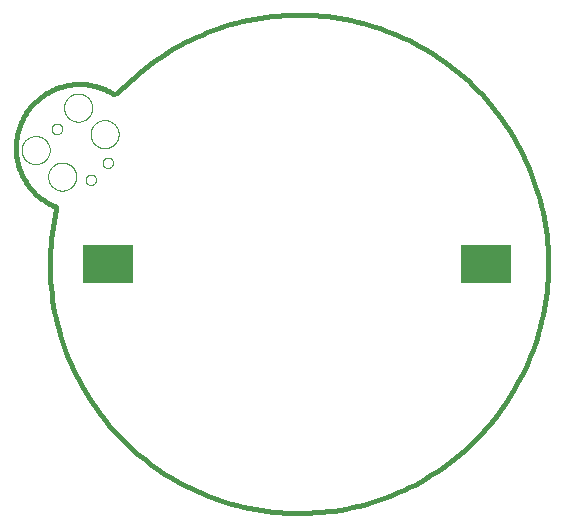
<source format=gbp>
G75*
%MOIN*%
%OFA0B0*%
%FSLAX25Y25*%
%IPPOS*%
%LPD*%
%AMOC8*
5,1,8,0,0,1.08239X$1,22.5*
%
%ADD10C,0.01600*%
%ADD11C,0.00000*%
%ADD12R,0.17000X0.12800*%
D10*
X0019468Y0104650D02*
X0019041Y0102662D01*
X0018664Y0100665D01*
X0018336Y0098658D01*
X0018056Y0096644D01*
X0017827Y0094624D01*
X0017646Y0092599D01*
X0017516Y0090570D01*
X0017435Y0088539D01*
X0017403Y0086506D01*
X0017422Y0084473D01*
X0017490Y0082441D01*
X0017608Y0080411D01*
X0017776Y0078385D01*
X0017993Y0076364D01*
X0018260Y0074348D01*
X0018576Y0072340D01*
X0018941Y0070339D01*
X0019355Y0068349D01*
X0019817Y0066369D01*
X0020328Y0064401D01*
X0020887Y0062446D01*
X0021493Y0060506D01*
X0022147Y0058581D01*
X0022848Y0056672D01*
X0023595Y0054781D01*
X0024389Y0052910D01*
X0025228Y0051058D01*
X0026112Y0049227D01*
X0027040Y0047418D01*
X0028013Y0045633D01*
X0029029Y0043872D01*
X0030088Y0042136D01*
X0031188Y0040427D01*
X0032331Y0038745D01*
X0033514Y0037092D01*
X0034738Y0035468D01*
X0036000Y0033875D01*
X0037302Y0032313D01*
X0038641Y0030783D01*
X0040017Y0029286D01*
X0041430Y0027824D01*
X0042878Y0026397D01*
X0044360Y0025005D01*
X0045876Y0023651D01*
X0047425Y0022334D01*
X0049006Y0021055D01*
X0050617Y0019815D01*
X0052258Y0018615D01*
X0053928Y0017456D01*
X0055626Y0016337D01*
X0057351Y0015261D01*
X0059102Y0014227D01*
X0060877Y0013237D01*
X0062676Y0012290D01*
X0064498Y0011388D01*
X0066342Y0010530D01*
X0068205Y0009718D01*
X0070089Y0008951D01*
X0071990Y0008231D01*
X0073908Y0007558D01*
X0075843Y0006932D01*
X0077792Y0006353D01*
X0079754Y0005823D01*
X0081729Y0005340D01*
X0083716Y0004906D01*
X0085712Y0004521D01*
X0087717Y0004185D01*
X0089730Y0003898D01*
X0091749Y0003660D01*
X0093773Y0003472D01*
X0095802Y0003333D01*
X0097833Y0003244D01*
X0099866Y0003205D01*
X0101899Y0003216D01*
X0103931Y0003276D01*
X0105961Y0003386D01*
X0107988Y0003546D01*
X0110010Y0003755D01*
X0112027Y0004014D01*
X0114036Y0004322D01*
X0116038Y0004679D01*
X0118030Y0005086D01*
X0120011Y0005540D01*
X0121981Y0006043D01*
X0123938Y0006595D01*
X0125881Y0007193D01*
X0127809Y0007840D01*
X0129720Y0008533D01*
X0131614Y0009273D01*
X0133489Y0010059D01*
X0135344Y0010891D01*
X0137178Y0011767D01*
X0138991Y0012689D01*
X0140780Y0013655D01*
X0142545Y0014664D01*
X0144285Y0015716D01*
X0145998Y0016810D01*
X0147684Y0017946D01*
X0149342Y0019123D01*
X0150971Y0020340D01*
X0152569Y0021596D01*
X0154136Y0022891D01*
X0155671Y0024225D01*
X0157173Y0025595D01*
X0158641Y0027002D01*
X0160074Y0028444D01*
X0161471Y0029921D01*
X0162831Y0031432D01*
X0164155Y0032976D01*
X0165440Y0034551D01*
X0166686Y0036158D01*
X0167892Y0037794D01*
X0169058Y0039460D01*
X0170183Y0041153D01*
X0171266Y0042874D01*
X0172306Y0044621D01*
X0173304Y0046392D01*
X0174258Y0048188D01*
X0175167Y0050006D01*
X0176032Y0051846D01*
X0176852Y0053707D01*
X0177625Y0055587D01*
X0178353Y0057485D01*
X0179034Y0059401D01*
X0179667Y0061333D01*
X0180254Y0063280D01*
X0180792Y0065240D01*
X0181282Y0067213D01*
X0181724Y0069198D01*
X0182117Y0071193D01*
X0182461Y0073196D01*
X0182756Y0075208D01*
X0183001Y0077226D01*
X0183198Y0079250D01*
X0183344Y0081278D01*
X0183441Y0083308D01*
X0183488Y0085341D01*
X0183485Y0087374D01*
X0183433Y0089406D01*
X0183331Y0091437D01*
X0183179Y0093464D01*
X0182977Y0095488D01*
X0182726Y0097505D01*
X0182426Y0099516D01*
X0182077Y0101519D01*
X0181679Y0103512D01*
X0181232Y0105496D01*
X0180736Y0107468D01*
X0180193Y0109427D01*
X0179601Y0111372D01*
X0178963Y0113302D01*
X0178277Y0115216D01*
X0177544Y0117113D01*
X0176766Y0118991D01*
X0175941Y0120849D01*
X0175072Y0122687D01*
X0174157Y0124503D01*
X0173199Y0126296D01*
X0172196Y0128065D01*
X0171151Y0129809D01*
X0170064Y0131526D01*
X0168934Y0133217D01*
X0167764Y0134879D01*
X0166553Y0136513D01*
X0165303Y0138116D01*
X0164014Y0139688D01*
X0162687Y0141228D01*
X0161322Y0142735D01*
X0159921Y0144209D01*
X0158484Y0145647D01*
X0157013Y0147050D01*
X0155507Y0148417D01*
X0153969Y0149746D01*
X0152399Y0151037D01*
X0150797Y0152289D01*
X0149165Y0153502D01*
X0147504Y0154675D01*
X0145815Y0155806D01*
X0144099Y0156896D01*
X0142356Y0157943D01*
X0140588Y0158948D01*
X0138797Y0159908D01*
X0136982Y0160825D01*
X0135145Y0161697D01*
X0133288Y0162524D01*
X0131411Y0163305D01*
X0129515Y0164040D01*
X0127602Y0164728D01*
X0125673Y0165369D01*
X0123728Y0165963D01*
X0121770Y0166509D01*
X0119799Y0167007D01*
X0117816Y0167457D01*
X0115823Y0167857D01*
X0113820Y0168209D01*
X0111810Y0168512D01*
X0109793Y0168766D01*
X0107770Y0168970D01*
X0105742Y0169124D01*
X0103712Y0169229D01*
X0101680Y0169284D01*
X0099647Y0169289D01*
X0097614Y0169245D01*
X0095583Y0169150D01*
X0093555Y0169006D01*
X0091531Y0168813D01*
X0089513Y0168570D01*
X0087501Y0168277D01*
X0085496Y0167936D01*
X0083501Y0167545D01*
X0081516Y0167106D01*
X0079542Y0166619D01*
X0077581Y0166083D01*
X0075634Y0165499D01*
X0073701Y0164868D01*
X0071784Y0164189D01*
X0069885Y0163464D01*
X0068004Y0162693D01*
X0066142Y0161876D01*
X0064301Y0161013D01*
X0062482Y0160106D01*
X0060685Y0159155D01*
X0058912Y0158159D01*
X0057164Y0157121D01*
X0055442Y0156040D01*
X0053747Y0154917D01*
X0052080Y0153754D01*
X0050442Y0152549D01*
X0048834Y0151305D01*
X0047257Y0150022D01*
X0045712Y0148701D01*
X0044199Y0147342D01*
X0042720Y0145947D01*
X0041276Y0144516D01*
X0039867Y0143050D01*
X0038868Y0142750D02*
X0038431Y0143027D01*
X0037987Y0143293D01*
X0037537Y0143548D01*
X0037081Y0143792D01*
X0036619Y0144025D01*
X0036152Y0144246D01*
X0035679Y0144456D01*
X0035202Y0144654D01*
X0034719Y0144841D01*
X0034233Y0145016D01*
X0033742Y0145179D01*
X0033247Y0145330D01*
X0032749Y0145469D01*
X0032247Y0145596D01*
X0031743Y0145710D01*
X0031236Y0145812D01*
X0030727Y0145902D01*
X0030215Y0145979D01*
X0029702Y0146044D01*
X0029188Y0146096D01*
X0028672Y0146136D01*
X0028156Y0146163D01*
X0027639Y0146177D01*
X0027121Y0146179D01*
X0026604Y0146169D01*
X0026088Y0146145D01*
X0025572Y0146109D01*
X0025057Y0146061D01*
X0024543Y0146000D01*
X0024031Y0145926D01*
X0023521Y0145840D01*
X0023014Y0145742D01*
X0022508Y0145631D01*
X0022006Y0145508D01*
X0021507Y0145373D01*
X0021011Y0145226D01*
X0020519Y0145066D01*
X0020031Y0144895D01*
X0019547Y0144712D01*
X0019068Y0144517D01*
X0018594Y0144311D01*
X0018125Y0144093D01*
X0017662Y0143863D01*
X0017204Y0143623D01*
X0016752Y0143371D01*
X0016306Y0143108D01*
X0015867Y0142835D01*
X0015435Y0142551D01*
X0015010Y0142256D01*
X0014592Y0141951D01*
X0014182Y0141637D01*
X0013779Y0141312D01*
X0013385Y0140977D01*
X0012999Y0140633D01*
X0012621Y0140280D01*
X0012252Y0139918D01*
X0011892Y0139546D01*
X0011541Y0139166D01*
X0011200Y0138778D01*
X0010868Y0138381D01*
X0010546Y0137977D01*
X0010233Y0137564D01*
X0009931Y0137144D01*
X0009640Y0136717D01*
X0009358Y0136283D01*
X0009088Y0135843D01*
X0008828Y0135395D01*
X0008579Y0134942D01*
X0008342Y0134483D01*
X0008115Y0134018D01*
X0007900Y0133547D01*
X0007697Y0133072D01*
X0007505Y0132591D01*
X0007325Y0132107D01*
X0007157Y0131617D01*
X0007001Y0131124D01*
X0006857Y0130628D01*
X0006725Y0130128D01*
X0006605Y0129625D01*
X0006498Y0129119D01*
X0006403Y0128610D01*
X0006320Y0128100D01*
X0006250Y0127587D01*
X0006192Y0127073D01*
X0006147Y0126558D01*
X0006114Y0126042D01*
X0006094Y0125525D01*
X0006087Y0125008D01*
X0006092Y0124491D01*
X0006110Y0123974D01*
X0006141Y0123458D01*
X0006184Y0122942D01*
X0006239Y0122428D01*
X0006307Y0121915D01*
X0006388Y0121405D01*
X0006481Y0120896D01*
X0006586Y0120389D01*
X0006704Y0119886D01*
X0006834Y0119385D01*
X0006976Y0118888D01*
X0007130Y0118394D01*
X0007296Y0117905D01*
X0007474Y0117419D01*
X0007664Y0116938D01*
X0007866Y0116462D01*
X0008079Y0115990D01*
X0008303Y0115524D01*
X0008539Y0115064D01*
X0008786Y0114610D01*
X0009044Y0114161D01*
X0009313Y0113719D01*
X0009592Y0113284D01*
X0009882Y0112856D01*
X0010183Y0112435D01*
X0010493Y0112021D01*
X0010814Y0111616D01*
X0011144Y0111218D01*
X0011484Y0110828D01*
X0011833Y0110446D01*
X0012192Y0110074D01*
X0012559Y0109710D01*
X0012935Y0109355D01*
X0013320Y0109009D01*
X0013713Y0108673D01*
X0014114Y0108347D01*
X0014523Y0108030D01*
X0014940Y0107724D01*
X0015364Y0107428D01*
X0015795Y0107142D01*
X0016233Y0106867D01*
X0016677Y0106602D01*
X0017128Y0106349D01*
X0017585Y0106106D01*
X0018048Y0105875D01*
X0018516Y0105655D01*
X0018989Y0105447D01*
X0019467Y0105250D01*
D11*
X0016860Y0115340D02*
X0016862Y0115477D01*
X0016868Y0115613D01*
X0016878Y0115749D01*
X0016892Y0115885D01*
X0016910Y0116021D01*
X0016932Y0116156D01*
X0016957Y0116290D01*
X0016987Y0116423D01*
X0017021Y0116555D01*
X0017058Y0116687D01*
X0017099Y0116817D01*
X0017145Y0116946D01*
X0017193Y0117074D01*
X0017246Y0117200D01*
X0017302Y0117324D01*
X0017362Y0117447D01*
X0017425Y0117568D01*
X0017492Y0117687D01*
X0017562Y0117804D01*
X0017636Y0117920D01*
X0017713Y0118032D01*
X0017793Y0118143D01*
X0017877Y0118251D01*
X0017964Y0118357D01*
X0018053Y0118460D01*
X0018146Y0118560D01*
X0018241Y0118658D01*
X0018340Y0118753D01*
X0018441Y0118845D01*
X0018545Y0118933D01*
X0018651Y0119019D01*
X0018760Y0119102D01*
X0018871Y0119181D01*
X0018984Y0119258D01*
X0019100Y0119331D01*
X0019217Y0119400D01*
X0019337Y0119466D01*
X0019458Y0119528D01*
X0019582Y0119587D01*
X0019707Y0119643D01*
X0019833Y0119694D01*
X0019961Y0119742D01*
X0020090Y0119786D01*
X0020221Y0119827D01*
X0020353Y0119863D01*
X0020485Y0119896D01*
X0020619Y0119924D01*
X0020753Y0119949D01*
X0020888Y0119970D01*
X0021024Y0119987D01*
X0021160Y0120000D01*
X0021296Y0120009D01*
X0021433Y0120014D01*
X0021569Y0120015D01*
X0021706Y0120012D01*
X0021842Y0120005D01*
X0021978Y0119994D01*
X0022114Y0119979D01*
X0022249Y0119960D01*
X0022384Y0119937D01*
X0022518Y0119910D01*
X0022651Y0119880D01*
X0022783Y0119845D01*
X0022915Y0119807D01*
X0023044Y0119765D01*
X0023173Y0119719D01*
X0023300Y0119669D01*
X0023426Y0119615D01*
X0023550Y0119558D01*
X0023673Y0119498D01*
X0023793Y0119433D01*
X0023912Y0119366D01*
X0024028Y0119295D01*
X0024143Y0119220D01*
X0024255Y0119142D01*
X0024365Y0119061D01*
X0024473Y0118977D01*
X0024578Y0118889D01*
X0024680Y0118799D01*
X0024780Y0118706D01*
X0024877Y0118609D01*
X0024971Y0118510D01*
X0025062Y0118409D01*
X0025150Y0118304D01*
X0025235Y0118197D01*
X0025317Y0118088D01*
X0025396Y0117976D01*
X0025471Y0117862D01*
X0025543Y0117746D01*
X0025612Y0117628D01*
X0025677Y0117508D01*
X0025739Y0117386D01*
X0025797Y0117262D01*
X0025851Y0117137D01*
X0025902Y0117010D01*
X0025948Y0116882D01*
X0025992Y0116752D01*
X0026031Y0116621D01*
X0026067Y0116489D01*
X0026098Y0116356D01*
X0026126Y0116223D01*
X0026150Y0116088D01*
X0026170Y0115953D01*
X0026186Y0115817D01*
X0026198Y0115681D01*
X0026206Y0115545D01*
X0026210Y0115408D01*
X0026210Y0115272D01*
X0026206Y0115135D01*
X0026198Y0114999D01*
X0026186Y0114863D01*
X0026170Y0114727D01*
X0026150Y0114592D01*
X0026126Y0114457D01*
X0026098Y0114324D01*
X0026067Y0114191D01*
X0026031Y0114059D01*
X0025992Y0113928D01*
X0025948Y0113798D01*
X0025902Y0113670D01*
X0025851Y0113543D01*
X0025797Y0113418D01*
X0025739Y0113294D01*
X0025677Y0113172D01*
X0025612Y0113052D01*
X0025543Y0112934D01*
X0025471Y0112818D01*
X0025396Y0112704D01*
X0025317Y0112592D01*
X0025235Y0112483D01*
X0025150Y0112376D01*
X0025062Y0112271D01*
X0024971Y0112170D01*
X0024877Y0112071D01*
X0024780Y0111974D01*
X0024680Y0111881D01*
X0024578Y0111791D01*
X0024473Y0111703D01*
X0024365Y0111619D01*
X0024255Y0111538D01*
X0024143Y0111460D01*
X0024028Y0111385D01*
X0023912Y0111314D01*
X0023793Y0111247D01*
X0023673Y0111182D01*
X0023550Y0111122D01*
X0023426Y0111065D01*
X0023300Y0111011D01*
X0023173Y0110961D01*
X0023044Y0110915D01*
X0022915Y0110873D01*
X0022783Y0110835D01*
X0022651Y0110800D01*
X0022518Y0110770D01*
X0022384Y0110743D01*
X0022249Y0110720D01*
X0022114Y0110701D01*
X0021978Y0110686D01*
X0021842Y0110675D01*
X0021706Y0110668D01*
X0021569Y0110665D01*
X0021433Y0110666D01*
X0021296Y0110671D01*
X0021160Y0110680D01*
X0021024Y0110693D01*
X0020888Y0110710D01*
X0020753Y0110731D01*
X0020619Y0110756D01*
X0020485Y0110784D01*
X0020353Y0110817D01*
X0020221Y0110853D01*
X0020090Y0110894D01*
X0019961Y0110938D01*
X0019833Y0110986D01*
X0019707Y0111037D01*
X0019582Y0111093D01*
X0019458Y0111152D01*
X0019337Y0111214D01*
X0019217Y0111280D01*
X0019100Y0111349D01*
X0018984Y0111422D01*
X0018871Y0111499D01*
X0018760Y0111578D01*
X0018651Y0111661D01*
X0018545Y0111747D01*
X0018441Y0111835D01*
X0018340Y0111927D01*
X0018241Y0112022D01*
X0018146Y0112120D01*
X0018053Y0112220D01*
X0017964Y0112323D01*
X0017877Y0112429D01*
X0017793Y0112537D01*
X0017713Y0112648D01*
X0017636Y0112760D01*
X0017562Y0112876D01*
X0017492Y0112993D01*
X0017425Y0113112D01*
X0017362Y0113233D01*
X0017302Y0113356D01*
X0017246Y0113480D01*
X0017193Y0113606D01*
X0017145Y0113734D01*
X0017099Y0113863D01*
X0017058Y0113993D01*
X0017021Y0114125D01*
X0016987Y0114257D01*
X0016957Y0114390D01*
X0016932Y0114524D01*
X0016910Y0114659D01*
X0016892Y0114795D01*
X0016878Y0114931D01*
X0016868Y0115067D01*
X0016862Y0115203D01*
X0016860Y0115340D01*
X0008022Y0124179D02*
X0008024Y0124316D01*
X0008030Y0124452D01*
X0008040Y0124588D01*
X0008054Y0124724D01*
X0008072Y0124860D01*
X0008094Y0124995D01*
X0008119Y0125129D01*
X0008149Y0125262D01*
X0008183Y0125394D01*
X0008220Y0125526D01*
X0008261Y0125656D01*
X0008307Y0125785D01*
X0008355Y0125913D01*
X0008408Y0126039D01*
X0008464Y0126163D01*
X0008524Y0126286D01*
X0008587Y0126407D01*
X0008654Y0126526D01*
X0008724Y0126643D01*
X0008798Y0126759D01*
X0008875Y0126871D01*
X0008955Y0126982D01*
X0009039Y0127090D01*
X0009126Y0127196D01*
X0009215Y0127299D01*
X0009308Y0127399D01*
X0009403Y0127497D01*
X0009502Y0127592D01*
X0009603Y0127684D01*
X0009707Y0127772D01*
X0009813Y0127858D01*
X0009922Y0127941D01*
X0010033Y0128020D01*
X0010146Y0128097D01*
X0010262Y0128170D01*
X0010379Y0128239D01*
X0010499Y0128305D01*
X0010620Y0128367D01*
X0010744Y0128426D01*
X0010869Y0128482D01*
X0010995Y0128533D01*
X0011123Y0128581D01*
X0011252Y0128625D01*
X0011383Y0128666D01*
X0011515Y0128702D01*
X0011647Y0128735D01*
X0011781Y0128763D01*
X0011915Y0128788D01*
X0012050Y0128809D01*
X0012186Y0128826D01*
X0012322Y0128839D01*
X0012458Y0128848D01*
X0012595Y0128853D01*
X0012731Y0128854D01*
X0012868Y0128851D01*
X0013004Y0128844D01*
X0013140Y0128833D01*
X0013276Y0128818D01*
X0013411Y0128799D01*
X0013546Y0128776D01*
X0013680Y0128749D01*
X0013813Y0128719D01*
X0013945Y0128684D01*
X0014077Y0128646D01*
X0014206Y0128604D01*
X0014335Y0128558D01*
X0014462Y0128508D01*
X0014588Y0128454D01*
X0014712Y0128397D01*
X0014835Y0128337D01*
X0014955Y0128272D01*
X0015074Y0128205D01*
X0015190Y0128134D01*
X0015305Y0128059D01*
X0015417Y0127981D01*
X0015527Y0127900D01*
X0015635Y0127816D01*
X0015740Y0127728D01*
X0015842Y0127638D01*
X0015942Y0127545D01*
X0016039Y0127448D01*
X0016133Y0127349D01*
X0016224Y0127248D01*
X0016312Y0127143D01*
X0016397Y0127036D01*
X0016479Y0126927D01*
X0016558Y0126815D01*
X0016633Y0126701D01*
X0016705Y0126585D01*
X0016774Y0126467D01*
X0016839Y0126347D01*
X0016901Y0126225D01*
X0016959Y0126101D01*
X0017013Y0125976D01*
X0017064Y0125849D01*
X0017110Y0125721D01*
X0017154Y0125591D01*
X0017193Y0125460D01*
X0017229Y0125328D01*
X0017260Y0125195D01*
X0017288Y0125062D01*
X0017312Y0124927D01*
X0017332Y0124792D01*
X0017348Y0124656D01*
X0017360Y0124520D01*
X0017368Y0124384D01*
X0017372Y0124247D01*
X0017372Y0124111D01*
X0017368Y0123974D01*
X0017360Y0123838D01*
X0017348Y0123702D01*
X0017332Y0123566D01*
X0017312Y0123431D01*
X0017288Y0123296D01*
X0017260Y0123163D01*
X0017229Y0123030D01*
X0017193Y0122898D01*
X0017154Y0122767D01*
X0017110Y0122637D01*
X0017064Y0122509D01*
X0017013Y0122382D01*
X0016959Y0122257D01*
X0016901Y0122133D01*
X0016839Y0122011D01*
X0016774Y0121891D01*
X0016705Y0121773D01*
X0016633Y0121657D01*
X0016558Y0121543D01*
X0016479Y0121431D01*
X0016397Y0121322D01*
X0016312Y0121215D01*
X0016224Y0121110D01*
X0016133Y0121009D01*
X0016039Y0120910D01*
X0015942Y0120813D01*
X0015842Y0120720D01*
X0015740Y0120630D01*
X0015635Y0120542D01*
X0015527Y0120458D01*
X0015417Y0120377D01*
X0015305Y0120299D01*
X0015190Y0120224D01*
X0015074Y0120153D01*
X0014955Y0120086D01*
X0014835Y0120021D01*
X0014712Y0119961D01*
X0014588Y0119904D01*
X0014462Y0119850D01*
X0014335Y0119800D01*
X0014206Y0119754D01*
X0014077Y0119712D01*
X0013945Y0119674D01*
X0013813Y0119639D01*
X0013680Y0119609D01*
X0013546Y0119582D01*
X0013411Y0119559D01*
X0013276Y0119540D01*
X0013140Y0119525D01*
X0013004Y0119514D01*
X0012868Y0119507D01*
X0012731Y0119504D01*
X0012595Y0119505D01*
X0012458Y0119510D01*
X0012322Y0119519D01*
X0012186Y0119532D01*
X0012050Y0119549D01*
X0011915Y0119570D01*
X0011781Y0119595D01*
X0011647Y0119623D01*
X0011515Y0119656D01*
X0011383Y0119692D01*
X0011252Y0119733D01*
X0011123Y0119777D01*
X0010995Y0119825D01*
X0010869Y0119876D01*
X0010744Y0119932D01*
X0010620Y0119991D01*
X0010499Y0120053D01*
X0010379Y0120119D01*
X0010262Y0120188D01*
X0010146Y0120261D01*
X0010033Y0120338D01*
X0009922Y0120417D01*
X0009813Y0120500D01*
X0009707Y0120586D01*
X0009603Y0120674D01*
X0009502Y0120766D01*
X0009403Y0120861D01*
X0009308Y0120959D01*
X0009215Y0121059D01*
X0009126Y0121162D01*
X0009039Y0121268D01*
X0008955Y0121376D01*
X0008875Y0121487D01*
X0008798Y0121599D01*
X0008724Y0121715D01*
X0008654Y0121832D01*
X0008587Y0121951D01*
X0008524Y0122072D01*
X0008464Y0122195D01*
X0008408Y0122319D01*
X0008355Y0122445D01*
X0008307Y0122573D01*
X0008261Y0122702D01*
X0008220Y0122832D01*
X0008183Y0122964D01*
X0008149Y0123096D01*
X0008119Y0123229D01*
X0008094Y0123363D01*
X0008072Y0123498D01*
X0008054Y0123634D01*
X0008040Y0123770D01*
X0008030Y0123906D01*
X0008024Y0124042D01*
X0008022Y0124179D01*
X0018018Y0131250D02*
X0018020Y0131333D01*
X0018026Y0131416D01*
X0018036Y0131499D01*
X0018050Y0131581D01*
X0018067Y0131663D01*
X0018089Y0131743D01*
X0018114Y0131822D01*
X0018143Y0131900D01*
X0018176Y0131977D01*
X0018213Y0132052D01*
X0018252Y0132125D01*
X0018296Y0132196D01*
X0018342Y0132265D01*
X0018392Y0132332D01*
X0018445Y0132396D01*
X0018501Y0132458D01*
X0018560Y0132517D01*
X0018622Y0132573D01*
X0018686Y0132626D01*
X0018753Y0132676D01*
X0018822Y0132722D01*
X0018893Y0132766D01*
X0018966Y0132805D01*
X0019041Y0132842D01*
X0019118Y0132875D01*
X0019196Y0132904D01*
X0019275Y0132929D01*
X0019355Y0132951D01*
X0019437Y0132968D01*
X0019519Y0132982D01*
X0019602Y0132992D01*
X0019685Y0132998D01*
X0019768Y0133000D01*
X0019851Y0132998D01*
X0019934Y0132992D01*
X0020017Y0132982D01*
X0020099Y0132968D01*
X0020181Y0132951D01*
X0020261Y0132929D01*
X0020340Y0132904D01*
X0020418Y0132875D01*
X0020495Y0132842D01*
X0020570Y0132805D01*
X0020643Y0132766D01*
X0020714Y0132722D01*
X0020783Y0132676D01*
X0020850Y0132626D01*
X0020914Y0132573D01*
X0020976Y0132517D01*
X0021035Y0132458D01*
X0021091Y0132396D01*
X0021144Y0132332D01*
X0021194Y0132265D01*
X0021240Y0132196D01*
X0021284Y0132125D01*
X0021323Y0132052D01*
X0021360Y0131977D01*
X0021393Y0131900D01*
X0021422Y0131822D01*
X0021447Y0131743D01*
X0021469Y0131663D01*
X0021486Y0131581D01*
X0021500Y0131499D01*
X0021510Y0131416D01*
X0021516Y0131333D01*
X0021518Y0131250D01*
X0021516Y0131167D01*
X0021510Y0131084D01*
X0021500Y0131001D01*
X0021486Y0130919D01*
X0021469Y0130837D01*
X0021447Y0130757D01*
X0021422Y0130678D01*
X0021393Y0130600D01*
X0021360Y0130523D01*
X0021323Y0130448D01*
X0021284Y0130375D01*
X0021240Y0130304D01*
X0021194Y0130235D01*
X0021144Y0130168D01*
X0021091Y0130104D01*
X0021035Y0130042D01*
X0020976Y0129983D01*
X0020914Y0129927D01*
X0020850Y0129874D01*
X0020783Y0129824D01*
X0020714Y0129778D01*
X0020643Y0129734D01*
X0020570Y0129695D01*
X0020495Y0129658D01*
X0020418Y0129625D01*
X0020340Y0129596D01*
X0020261Y0129571D01*
X0020181Y0129549D01*
X0020099Y0129532D01*
X0020017Y0129518D01*
X0019934Y0129508D01*
X0019851Y0129502D01*
X0019768Y0129500D01*
X0019685Y0129502D01*
X0019602Y0129508D01*
X0019519Y0129518D01*
X0019437Y0129532D01*
X0019355Y0129549D01*
X0019275Y0129571D01*
X0019196Y0129596D01*
X0019118Y0129625D01*
X0019041Y0129658D01*
X0018966Y0129695D01*
X0018893Y0129734D01*
X0018822Y0129778D01*
X0018753Y0129824D01*
X0018686Y0129874D01*
X0018622Y0129927D01*
X0018560Y0129983D01*
X0018501Y0130042D01*
X0018445Y0130104D01*
X0018392Y0130168D01*
X0018342Y0130235D01*
X0018296Y0130304D01*
X0018252Y0130375D01*
X0018213Y0130448D01*
X0018176Y0130523D01*
X0018143Y0130600D01*
X0018114Y0130678D01*
X0018089Y0130757D01*
X0018067Y0130837D01*
X0018050Y0130919D01*
X0018036Y0131001D01*
X0018026Y0131084D01*
X0018020Y0131167D01*
X0018018Y0131250D01*
X0022164Y0138321D02*
X0022166Y0138458D01*
X0022172Y0138594D01*
X0022182Y0138730D01*
X0022196Y0138866D01*
X0022214Y0139002D01*
X0022236Y0139137D01*
X0022261Y0139271D01*
X0022291Y0139404D01*
X0022325Y0139536D01*
X0022362Y0139668D01*
X0022403Y0139798D01*
X0022449Y0139927D01*
X0022497Y0140055D01*
X0022550Y0140181D01*
X0022606Y0140305D01*
X0022666Y0140428D01*
X0022729Y0140549D01*
X0022796Y0140668D01*
X0022866Y0140785D01*
X0022940Y0140901D01*
X0023017Y0141013D01*
X0023097Y0141124D01*
X0023181Y0141232D01*
X0023268Y0141338D01*
X0023357Y0141441D01*
X0023450Y0141541D01*
X0023545Y0141639D01*
X0023644Y0141734D01*
X0023745Y0141826D01*
X0023849Y0141914D01*
X0023955Y0142000D01*
X0024064Y0142083D01*
X0024175Y0142162D01*
X0024288Y0142239D01*
X0024404Y0142312D01*
X0024521Y0142381D01*
X0024641Y0142447D01*
X0024762Y0142509D01*
X0024886Y0142568D01*
X0025011Y0142624D01*
X0025137Y0142675D01*
X0025265Y0142723D01*
X0025394Y0142767D01*
X0025525Y0142808D01*
X0025657Y0142844D01*
X0025789Y0142877D01*
X0025923Y0142905D01*
X0026057Y0142930D01*
X0026192Y0142951D01*
X0026328Y0142968D01*
X0026464Y0142981D01*
X0026600Y0142990D01*
X0026737Y0142995D01*
X0026873Y0142996D01*
X0027010Y0142993D01*
X0027146Y0142986D01*
X0027282Y0142975D01*
X0027418Y0142960D01*
X0027553Y0142941D01*
X0027688Y0142918D01*
X0027822Y0142891D01*
X0027955Y0142861D01*
X0028087Y0142826D01*
X0028219Y0142788D01*
X0028348Y0142746D01*
X0028477Y0142700D01*
X0028604Y0142650D01*
X0028730Y0142596D01*
X0028854Y0142539D01*
X0028977Y0142479D01*
X0029097Y0142414D01*
X0029216Y0142347D01*
X0029332Y0142276D01*
X0029447Y0142201D01*
X0029559Y0142123D01*
X0029669Y0142042D01*
X0029777Y0141958D01*
X0029882Y0141870D01*
X0029984Y0141780D01*
X0030084Y0141687D01*
X0030181Y0141590D01*
X0030275Y0141491D01*
X0030366Y0141390D01*
X0030454Y0141285D01*
X0030539Y0141178D01*
X0030621Y0141069D01*
X0030700Y0140957D01*
X0030775Y0140843D01*
X0030847Y0140727D01*
X0030916Y0140609D01*
X0030981Y0140489D01*
X0031043Y0140367D01*
X0031101Y0140243D01*
X0031155Y0140118D01*
X0031206Y0139991D01*
X0031252Y0139863D01*
X0031296Y0139733D01*
X0031335Y0139602D01*
X0031371Y0139470D01*
X0031402Y0139337D01*
X0031430Y0139204D01*
X0031454Y0139069D01*
X0031474Y0138934D01*
X0031490Y0138798D01*
X0031502Y0138662D01*
X0031510Y0138526D01*
X0031514Y0138389D01*
X0031514Y0138253D01*
X0031510Y0138116D01*
X0031502Y0137980D01*
X0031490Y0137844D01*
X0031474Y0137708D01*
X0031454Y0137573D01*
X0031430Y0137438D01*
X0031402Y0137305D01*
X0031371Y0137172D01*
X0031335Y0137040D01*
X0031296Y0136909D01*
X0031252Y0136779D01*
X0031206Y0136651D01*
X0031155Y0136524D01*
X0031101Y0136399D01*
X0031043Y0136275D01*
X0030981Y0136153D01*
X0030916Y0136033D01*
X0030847Y0135915D01*
X0030775Y0135799D01*
X0030700Y0135685D01*
X0030621Y0135573D01*
X0030539Y0135464D01*
X0030454Y0135357D01*
X0030366Y0135252D01*
X0030275Y0135151D01*
X0030181Y0135052D01*
X0030084Y0134955D01*
X0029984Y0134862D01*
X0029882Y0134772D01*
X0029777Y0134684D01*
X0029669Y0134600D01*
X0029559Y0134519D01*
X0029447Y0134441D01*
X0029332Y0134366D01*
X0029216Y0134295D01*
X0029097Y0134228D01*
X0028977Y0134163D01*
X0028854Y0134103D01*
X0028730Y0134046D01*
X0028604Y0133992D01*
X0028477Y0133942D01*
X0028348Y0133896D01*
X0028219Y0133854D01*
X0028087Y0133816D01*
X0027955Y0133781D01*
X0027822Y0133751D01*
X0027688Y0133724D01*
X0027553Y0133701D01*
X0027418Y0133682D01*
X0027282Y0133667D01*
X0027146Y0133656D01*
X0027010Y0133649D01*
X0026873Y0133646D01*
X0026737Y0133647D01*
X0026600Y0133652D01*
X0026464Y0133661D01*
X0026328Y0133674D01*
X0026192Y0133691D01*
X0026057Y0133712D01*
X0025923Y0133737D01*
X0025789Y0133765D01*
X0025657Y0133798D01*
X0025525Y0133834D01*
X0025394Y0133875D01*
X0025265Y0133919D01*
X0025137Y0133967D01*
X0025011Y0134018D01*
X0024886Y0134074D01*
X0024762Y0134133D01*
X0024641Y0134195D01*
X0024521Y0134261D01*
X0024404Y0134330D01*
X0024288Y0134403D01*
X0024175Y0134480D01*
X0024064Y0134559D01*
X0023955Y0134642D01*
X0023849Y0134728D01*
X0023745Y0134816D01*
X0023644Y0134908D01*
X0023545Y0135003D01*
X0023450Y0135101D01*
X0023357Y0135201D01*
X0023268Y0135304D01*
X0023181Y0135410D01*
X0023097Y0135518D01*
X0023017Y0135629D01*
X0022940Y0135741D01*
X0022866Y0135857D01*
X0022796Y0135974D01*
X0022729Y0136093D01*
X0022666Y0136214D01*
X0022606Y0136337D01*
X0022550Y0136461D01*
X0022497Y0136587D01*
X0022449Y0136715D01*
X0022403Y0136844D01*
X0022362Y0136974D01*
X0022325Y0137106D01*
X0022291Y0137238D01*
X0022261Y0137371D01*
X0022236Y0137505D01*
X0022214Y0137640D01*
X0022196Y0137776D01*
X0022182Y0137912D01*
X0022172Y0138048D01*
X0022166Y0138184D01*
X0022164Y0138321D01*
X0031003Y0129482D02*
X0031005Y0129619D01*
X0031011Y0129755D01*
X0031021Y0129891D01*
X0031035Y0130027D01*
X0031053Y0130163D01*
X0031075Y0130298D01*
X0031100Y0130432D01*
X0031130Y0130565D01*
X0031164Y0130697D01*
X0031201Y0130829D01*
X0031242Y0130959D01*
X0031288Y0131088D01*
X0031336Y0131216D01*
X0031389Y0131342D01*
X0031445Y0131466D01*
X0031505Y0131589D01*
X0031568Y0131710D01*
X0031635Y0131829D01*
X0031705Y0131946D01*
X0031779Y0132062D01*
X0031856Y0132174D01*
X0031936Y0132285D01*
X0032020Y0132393D01*
X0032107Y0132499D01*
X0032196Y0132602D01*
X0032289Y0132702D01*
X0032384Y0132800D01*
X0032483Y0132895D01*
X0032584Y0132987D01*
X0032688Y0133075D01*
X0032794Y0133161D01*
X0032903Y0133244D01*
X0033014Y0133323D01*
X0033127Y0133400D01*
X0033243Y0133473D01*
X0033360Y0133542D01*
X0033480Y0133608D01*
X0033601Y0133670D01*
X0033725Y0133729D01*
X0033850Y0133785D01*
X0033976Y0133836D01*
X0034104Y0133884D01*
X0034233Y0133928D01*
X0034364Y0133969D01*
X0034496Y0134005D01*
X0034628Y0134038D01*
X0034762Y0134066D01*
X0034896Y0134091D01*
X0035031Y0134112D01*
X0035167Y0134129D01*
X0035303Y0134142D01*
X0035439Y0134151D01*
X0035576Y0134156D01*
X0035712Y0134157D01*
X0035849Y0134154D01*
X0035985Y0134147D01*
X0036121Y0134136D01*
X0036257Y0134121D01*
X0036392Y0134102D01*
X0036527Y0134079D01*
X0036661Y0134052D01*
X0036794Y0134022D01*
X0036926Y0133987D01*
X0037058Y0133949D01*
X0037187Y0133907D01*
X0037316Y0133861D01*
X0037443Y0133811D01*
X0037569Y0133757D01*
X0037693Y0133700D01*
X0037816Y0133640D01*
X0037936Y0133575D01*
X0038055Y0133508D01*
X0038171Y0133437D01*
X0038286Y0133362D01*
X0038398Y0133284D01*
X0038508Y0133203D01*
X0038616Y0133119D01*
X0038721Y0133031D01*
X0038823Y0132941D01*
X0038923Y0132848D01*
X0039020Y0132751D01*
X0039114Y0132652D01*
X0039205Y0132551D01*
X0039293Y0132446D01*
X0039378Y0132339D01*
X0039460Y0132230D01*
X0039539Y0132118D01*
X0039614Y0132004D01*
X0039686Y0131888D01*
X0039755Y0131770D01*
X0039820Y0131650D01*
X0039882Y0131528D01*
X0039940Y0131404D01*
X0039994Y0131279D01*
X0040045Y0131152D01*
X0040091Y0131024D01*
X0040135Y0130894D01*
X0040174Y0130763D01*
X0040210Y0130631D01*
X0040241Y0130498D01*
X0040269Y0130365D01*
X0040293Y0130230D01*
X0040313Y0130095D01*
X0040329Y0129959D01*
X0040341Y0129823D01*
X0040349Y0129687D01*
X0040353Y0129550D01*
X0040353Y0129414D01*
X0040349Y0129277D01*
X0040341Y0129141D01*
X0040329Y0129005D01*
X0040313Y0128869D01*
X0040293Y0128734D01*
X0040269Y0128599D01*
X0040241Y0128466D01*
X0040210Y0128333D01*
X0040174Y0128201D01*
X0040135Y0128070D01*
X0040091Y0127940D01*
X0040045Y0127812D01*
X0039994Y0127685D01*
X0039940Y0127560D01*
X0039882Y0127436D01*
X0039820Y0127314D01*
X0039755Y0127194D01*
X0039686Y0127076D01*
X0039614Y0126960D01*
X0039539Y0126846D01*
X0039460Y0126734D01*
X0039378Y0126625D01*
X0039293Y0126518D01*
X0039205Y0126413D01*
X0039114Y0126312D01*
X0039020Y0126213D01*
X0038923Y0126116D01*
X0038823Y0126023D01*
X0038721Y0125933D01*
X0038616Y0125845D01*
X0038508Y0125761D01*
X0038398Y0125680D01*
X0038286Y0125602D01*
X0038171Y0125527D01*
X0038055Y0125456D01*
X0037936Y0125389D01*
X0037816Y0125324D01*
X0037693Y0125264D01*
X0037569Y0125207D01*
X0037443Y0125153D01*
X0037316Y0125103D01*
X0037187Y0125057D01*
X0037058Y0125015D01*
X0036926Y0124977D01*
X0036794Y0124942D01*
X0036661Y0124912D01*
X0036527Y0124885D01*
X0036392Y0124862D01*
X0036257Y0124843D01*
X0036121Y0124828D01*
X0035985Y0124817D01*
X0035849Y0124810D01*
X0035712Y0124807D01*
X0035576Y0124808D01*
X0035439Y0124813D01*
X0035303Y0124822D01*
X0035167Y0124835D01*
X0035031Y0124852D01*
X0034896Y0124873D01*
X0034762Y0124898D01*
X0034628Y0124926D01*
X0034496Y0124959D01*
X0034364Y0124995D01*
X0034233Y0125036D01*
X0034104Y0125080D01*
X0033976Y0125128D01*
X0033850Y0125179D01*
X0033725Y0125235D01*
X0033601Y0125294D01*
X0033480Y0125356D01*
X0033360Y0125422D01*
X0033243Y0125491D01*
X0033127Y0125564D01*
X0033014Y0125641D01*
X0032903Y0125720D01*
X0032794Y0125803D01*
X0032688Y0125889D01*
X0032584Y0125977D01*
X0032483Y0126069D01*
X0032384Y0126164D01*
X0032289Y0126262D01*
X0032196Y0126362D01*
X0032107Y0126465D01*
X0032020Y0126571D01*
X0031936Y0126679D01*
X0031856Y0126790D01*
X0031779Y0126902D01*
X0031705Y0127018D01*
X0031635Y0127135D01*
X0031568Y0127254D01*
X0031505Y0127375D01*
X0031445Y0127498D01*
X0031389Y0127622D01*
X0031336Y0127748D01*
X0031288Y0127876D01*
X0031242Y0128005D01*
X0031201Y0128135D01*
X0031164Y0128267D01*
X0031130Y0128399D01*
X0031100Y0128532D01*
X0031075Y0128666D01*
X0031053Y0128801D01*
X0031035Y0128937D01*
X0031021Y0129073D01*
X0031011Y0129209D01*
X0031005Y0129345D01*
X0031003Y0129482D01*
X0034988Y0119936D02*
X0034990Y0120019D01*
X0034996Y0120102D01*
X0035006Y0120185D01*
X0035020Y0120267D01*
X0035037Y0120349D01*
X0035059Y0120429D01*
X0035084Y0120508D01*
X0035113Y0120586D01*
X0035146Y0120663D01*
X0035183Y0120738D01*
X0035222Y0120811D01*
X0035266Y0120882D01*
X0035312Y0120951D01*
X0035362Y0121018D01*
X0035415Y0121082D01*
X0035471Y0121144D01*
X0035530Y0121203D01*
X0035592Y0121259D01*
X0035656Y0121312D01*
X0035723Y0121362D01*
X0035792Y0121408D01*
X0035863Y0121452D01*
X0035936Y0121491D01*
X0036011Y0121528D01*
X0036088Y0121561D01*
X0036166Y0121590D01*
X0036245Y0121615D01*
X0036325Y0121637D01*
X0036407Y0121654D01*
X0036489Y0121668D01*
X0036572Y0121678D01*
X0036655Y0121684D01*
X0036738Y0121686D01*
X0036821Y0121684D01*
X0036904Y0121678D01*
X0036987Y0121668D01*
X0037069Y0121654D01*
X0037151Y0121637D01*
X0037231Y0121615D01*
X0037310Y0121590D01*
X0037388Y0121561D01*
X0037465Y0121528D01*
X0037540Y0121491D01*
X0037613Y0121452D01*
X0037684Y0121408D01*
X0037753Y0121362D01*
X0037820Y0121312D01*
X0037884Y0121259D01*
X0037946Y0121203D01*
X0038005Y0121144D01*
X0038061Y0121082D01*
X0038114Y0121018D01*
X0038164Y0120951D01*
X0038210Y0120882D01*
X0038254Y0120811D01*
X0038293Y0120738D01*
X0038330Y0120663D01*
X0038363Y0120586D01*
X0038392Y0120508D01*
X0038417Y0120429D01*
X0038439Y0120349D01*
X0038456Y0120267D01*
X0038470Y0120185D01*
X0038480Y0120102D01*
X0038486Y0120019D01*
X0038488Y0119936D01*
X0038486Y0119853D01*
X0038480Y0119770D01*
X0038470Y0119687D01*
X0038456Y0119605D01*
X0038439Y0119523D01*
X0038417Y0119443D01*
X0038392Y0119364D01*
X0038363Y0119286D01*
X0038330Y0119209D01*
X0038293Y0119134D01*
X0038254Y0119061D01*
X0038210Y0118990D01*
X0038164Y0118921D01*
X0038114Y0118854D01*
X0038061Y0118790D01*
X0038005Y0118728D01*
X0037946Y0118669D01*
X0037884Y0118613D01*
X0037820Y0118560D01*
X0037753Y0118510D01*
X0037684Y0118464D01*
X0037613Y0118420D01*
X0037540Y0118381D01*
X0037465Y0118344D01*
X0037388Y0118311D01*
X0037310Y0118282D01*
X0037231Y0118257D01*
X0037151Y0118235D01*
X0037069Y0118218D01*
X0036987Y0118204D01*
X0036904Y0118194D01*
X0036821Y0118188D01*
X0036738Y0118186D01*
X0036655Y0118188D01*
X0036572Y0118194D01*
X0036489Y0118204D01*
X0036407Y0118218D01*
X0036325Y0118235D01*
X0036245Y0118257D01*
X0036166Y0118282D01*
X0036088Y0118311D01*
X0036011Y0118344D01*
X0035936Y0118381D01*
X0035863Y0118420D01*
X0035792Y0118464D01*
X0035723Y0118510D01*
X0035656Y0118560D01*
X0035592Y0118613D01*
X0035530Y0118669D01*
X0035471Y0118728D01*
X0035415Y0118790D01*
X0035362Y0118854D01*
X0035312Y0118921D01*
X0035266Y0118990D01*
X0035222Y0119061D01*
X0035183Y0119134D01*
X0035146Y0119209D01*
X0035113Y0119286D01*
X0035084Y0119364D01*
X0035059Y0119443D01*
X0035037Y0119523D01*
X0035020Y0119605D01*
X0035006Y0119687D01*
X0034996Y0119770D01*
X0034990Y0119853D01*
X0034988Y0119936D01*
X0029331Y0114279D02*
X0029333Y0114362D01*
X0029339Y0114445D01*
X0029349Y0114528D01*
X0029363Y0114610D01*
X0029380Y0114692D01*
X0029402Y0114772D01*
X0029427Y0114851D01*
X0029456Y0114929D01*
X0029489Y0115006D01*
X0029526Y0115081D01*
X0029565Y0115154D01*
X0029609Y0115225D01*
X0029655Y0115294D01*
X0029705Y0115361D01*
X0029758Y0115425D01*
X0029814Y0115487D01*
X0029873Y0115546D01*
X0029935Y0115602D01*
X0029999Y0115655D01*
X0030066Y0115705D01*
X0030135Y0115751D01*
X0030206Y0115795D01*
X0030279Y0115834D01*
X0030354Y0115871D01*
X0030431Y0115904D01*
X0030509Y0115933D01*
X0030588Y0115958D01*
X0030668Y0115980D01*
X0030750Y0115997D01*
X0030832Y0116011D01*
X0030915Y0116021D01*
X0030998Y0116027D01*
X0031081Y0116029D01*
X0031164Y0116027D01*
X0031247Y0116021D01*
X0031330Y0116011D01*
X0031412Y0115997D01*
X0031494Y0115980D01*
X0031574Y0115958D01*
X0031653Y0115933D01*
X0031731Y0115904D01*
X0031808Y0115871D01*
X0031883Y0115834D01*
X0031956Y0115795D01*
X0032027Y0115751D01*
X0032096Y0115705D01*
X0032163Y0115655D01*
X0032227Y0115602D01*
X0032289Y0115546D01*
X0032348Y0115487D01*
X0032404Y0115425D01*
X0032457Y0115361D01*
X0032507Y0115294D01*
X0032553Y0115225D01*
X0032597Y0115154D01*
X0032636Y0115081D01*
X0032673Y0115006D01*
X0032706Y0114929D01*
X0032735Y0114851D01*
X0032760Y0114772D01*
X0032782Y0114692D01*
X0032799Y0114610D01*
X0032813Y0114528D01*
X0032823Y0114445D01*
X0032829Y0114362D01*
X0032831Y0114279D01*
X0032829Y0114196D01*
X0032823Y0114113D01*
X0032813Y0114030D01*
X0032799Y0113948D01*
X0032782Y0113866D01*
X0032760Y0113786D01*
X0032735Y0113707D01*
X0032706Y0113629D01*
X0032673Y0113552D01*
X0032636Y0113477D01*
X0032597Y0113404D01*
X0032553Y0113333D01*
X0032507Y0113264D01*
X0032457Y0113197D01*
X0032404Y0113133D01*
X0032348Y0113071D01*
X0032289Y0113012D01*
X0032227Y0112956D01*
X0032163Y0112903D01*
X0032096Y0112853D01*
X0032027Y0112807D01*
X0031956Y0112763D01*
X0031883Y0112724D01*
X0031808Y0112687D01*
X0031731Y0112654D01*
X0031653Y0112625D01*
X0031574Y0112600D01*
X0031494Y0112578D01*
X0031412Y0112561D01*
X0031330Y0112547D01*
X0031247Y0112537D01*
X0031164Y0112531D01*
X0031081Y0112529D01*
X0030998Y0112531D01*
X0030915Y0112537D01*
X0030832Y0112547D01*
X0030750Y0112561D01*
X0030668Y0112578D01*
X0030588Y0112600D01*
X0030509Y0112625D01*
X0030431Y0112654D01*
X0030354Y0112687D01*
X0030279Y0112724D01*
X0030206Y0112763D01*
X0030135Y0112807D01*
X0030066Y0112853D01*
X0029999Y0112903D01*
X0029935Y0112956D01*
X0029873Y0113012D01*
X0029814Y0113071D01*
X0029758Y0113133D01*
X0029705Y0113197D01*
X0029655Y0113264D01*
X0029609Y0113333D01*
X0029565Y0113404D01*
X0029526Y0113477D01*
X0029489Y0113552D01*
X0029456Y0113629D01*
X0029427Y0113707D01*
X0029402Y0113786D01*
X0029380Y0113866D01*
X0029363Y0113948D01*
X0029349Y0114030D01*
X0029339Y0114113D01*
X0029333Y0114196D01*
X0029331Y0114279D01*
D12*
X0036776Y0086250D03*
X0162760Y0086250D03*
M02*

</source>
